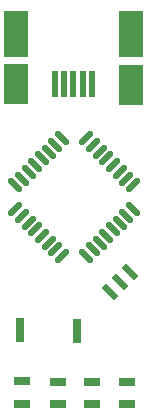
<source format=gbr>
%TF.GenerationSoftware,Altium Limited,Altium Designer,19.0.10 (269)*%
G04 Layer_Color=8421504*
%FSLAX45Y45*%
%MOMM*%
%TF.FileFunction,Paste,Top*%
%TF.Part,Single*%
G01*
G75*
%TA.AperFunction,SMDPad,CuDef*%
G04:AMPARAMS|DCode=10|XSize=0.55mm|YSize=1.5mm|CornerRadius=0mm|HoleSize=0mm|Usage=FLASHONLY|Rotation=225.000|XOffset=0mm|YOffset=0mm|HoleType=Round|Shape=Round|*
%AMOVALD10*
21,1,0.95000,0.55000,0.00000,0.00000,315.0*
1,1,0.55000,-0.33588,0.33588*
1,1,0.55000,0.33588,-0.33588*
%
%ADD10OVALD10*%

G04:AMPARAMS|DCode=11|XSize=0.55mm|YSize=1.5mm|CornerRadius=0mm|HoleSize=0mm|Usage=FLASHONLY|Rotation=135.000|XOffset=0mm|YOffset=0mm|HoleType=Round|Shape=Round|*
%AMOVALD11*
21,1,0.95000,0.55000,0.00000,0.00000,225.0*
1,1,0.55000,0.33588,0.33588*
1,1,0.55000,-0.33588,-0.33588*
%
%ADD11OVALD11*%

G04:AMPARAMS|DCode=12|XSize=0.5mm|YSize=1.45mm|CornerRadius=0mm|HoleSize=0mm|Usage=FLASHONLY|Rotation=45.000|XOffset=0mm|YOffset=0mm|HoleType=Round|Shape=Rectangle|*
%AMROTATEDRECTD12*
4,1,4,0.33588,-0.68943,-0.68943,0.33588,-0.33588,0.68943,0.68943,-0.33588,0.33588,-0.68943,0.0*
%
%ADD12ROTATEDRECTD12*%

%ADD13R,0.80000X2.00000*%
%ADD14R,1.45000X0.80000*%
%TA.AperFunction,ConnectorPad*%
%ADD15R,2.05000X4.00000*%
%ADD16R,2.05000X3.50000*%
%ADD17R,0.50000X2.25000*%
D10*
X1042330Y2104990D02*
D03*
X1098899Y2161559D02*
D03*
X1155468Y2218127D02*
D03*
X1212036Y2274695D02*
D03*
X1268605Y2331264D02*
D03*
X1325173Y2387833D02*
D03*
X1381741Y2444401D02*
D03*
X1438310Y2500970D02*
D03*
X837270Y3102011D02*
D03*
X780701Y3045442D02*
D03*
X724132Y2988873D02*
D03*
X667564Y2932305D02*
D03*
X610995Y2875736D02*
D03*
X554426Y2819168D02*
D03*
X497858Y2762599D02*
D03*
X441290Y2706031D02*
D03*
D11*
X1438310D02*
D03*
X1381742Y2762599D02*
D03*
X1325174Y2819168D02*
D03*
X1268605Y2875736D02*
D03*
X1212036Y2932305D02*
D03*
X1155468Y2988874D02*
D03*
X1098899Y3045442D02*
D03*
X1042330Y3102011D02*
D03*
X441290Y2500970D02*
D03*
X497859Y2444401D02*
D03*
X554427Y2387833D02*
D03*
X610995Y2331264D02*
D03*
X667564Y2274696D02*
D03*
X724133Y2218127D02*
D03*
X780701Y2161559D02*
D03*
X837270Y2104990D02*
D03*
D12*
X1244600Y1803400D02*
D03*
X1329453Y1888253D02*
D03*
X1414306Y1973106D02*
D03*
D13*
X480182Y1483184D02*
D03*
X965200Y1473200D02*
D03*
D14*
X1092200Y1040900D02*
D03*
Y850900D02*
D03*
X1384300D02*
D03*
Y1040900D02*
D03*
X800100D02*
D03*
Y850900D02*
D03*
X495300Y1050899D02*
D03*
Y850901D02*
D03*
D15*
X444500Y3987800D02*
D03*
X1424500D02*
D03*
D16*
X444500Y3562800D02*
D03*
X1424500Y3552800D02*
D03*
D17*
X1094500Y3562800D02*
D03*
X1014500D02*
D03*
X774500D02*
D03*
X854500D02*
D03*
X934500D02*
D03*
%TF.MD5,8334486339057f1f7a0556a5dc6b20af*%
M02*

</source>
